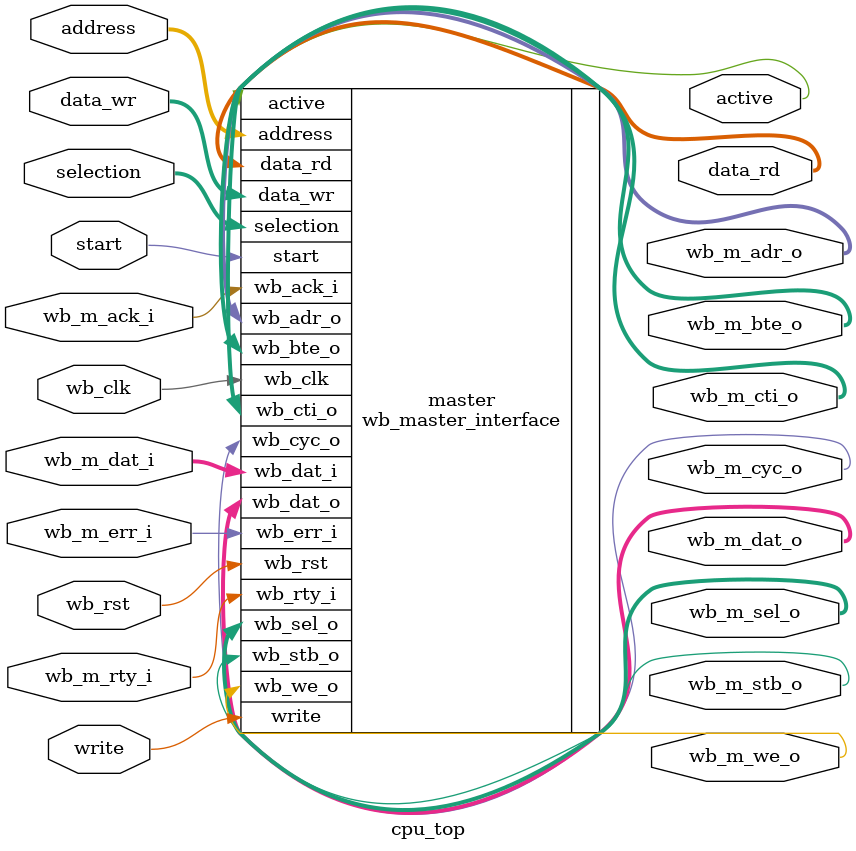
<source format=v>

module cpu_top (/*AUTOARG*/
   // Outputs
   wb_m_adr_o, wb_m_dat_o, wb_m_sel_o, wb_m_we_o, wb_m_cyc_o,
   wb_m_stb_o, wb_m_cti_o, wb_m_bte_o, data_rd, active,
   // Inputs
   wb_clk, wb_rst, wb_m_dat_i, wb_m_ack_i, wb_m_err_i, wb_m_rty_i,
   start, address, selection, write, data_wr
   ) ;
   parameter dw = 32;
   parameter aw = 32;
   parameter DEBUG = 0;

   input 		wb_clk;
   input 		wb_rst;
   output wire [aw-1:0] wb_m_adr_o;
   output wire [dw-1:0] wb_m_dat_o;
   output wire [3:0]    wb_m_sel_o;
   output wire          wb_m_we_o ;
   output wire          wb_m_cyc_o;
   output wire          wb_m_stb_o;
   output wire [2:0]    wb_m_cti_o;
   output wire [1:0]    wb_m_bte_o;
   input [dw-1:0]       wb_m_dat_i;
   input                wb_m_ack_i;
   input                wb_m_err_i;
   input                wb_m_rty_i;

   input                start;
   input [aw-1:0]       address;
   input [3:0]          selection;
   input                write;
   input [dw-1:0]       data_wr;
   output wire [dw-1:0] data_rd;
   output wire          active;


   wb_master_interface master(
                              // Outputs
                              .wb_adr_o(wb_m_adr_o),
                              .wb_dat_o(wb_m_dat_o),
                              .wb_sel_o(wb_m_sel_o),
                              .wb_we_o(wb_m_we_o),
                              .wb_cyc_o(wb_m_cyc_o),
                              .wb_stb_o(wb_m_stb_o),
                              .wb_cti_o(wb_m_cti_o),
                              .wb_bte_o(wb_m_bte_o),

                              .data_rd(data_rd),
                              .active(active),

                              // Inputs
                              .wb_clk(wb_clk),
                              .wb_rst(wb_rst),
                              .wb_dat_i(wb_m_dat_i),
                              .wb_ack_i(wb_m_ack_i),
                              .wb_err_i(wb_m_err_i),
                              .wb_rty_i(wb_m_rty_i),

                              .start(start),
                              .address(address),
                              .selection(selection),
                              .write(write),
                              .data_wr(data_wr)
                              ) ;

endmodule // cpu

</source>
